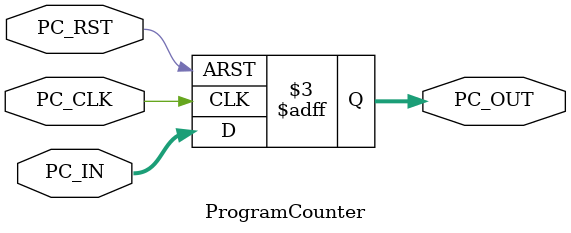
<source format=v>
module ProgramCounter (
  input    wire    [31:0]    PC_IN,
  input    wire              PC_RST,
  input    wire              PC_CLK,
  output   reg     [31:0]    PC_OUT);
  
  ///////////////PC sequential logic/////////////
  
  always@(posedge PC_CLK or negedge PC_RST)
  begin
    if(!PC_RST)
      begin
        PC_OUT <= 32'b0 ;
      end
    else
      begin
        PC_OUT <= PC_IN ;
      end
  end
  
endmodule
</source>
